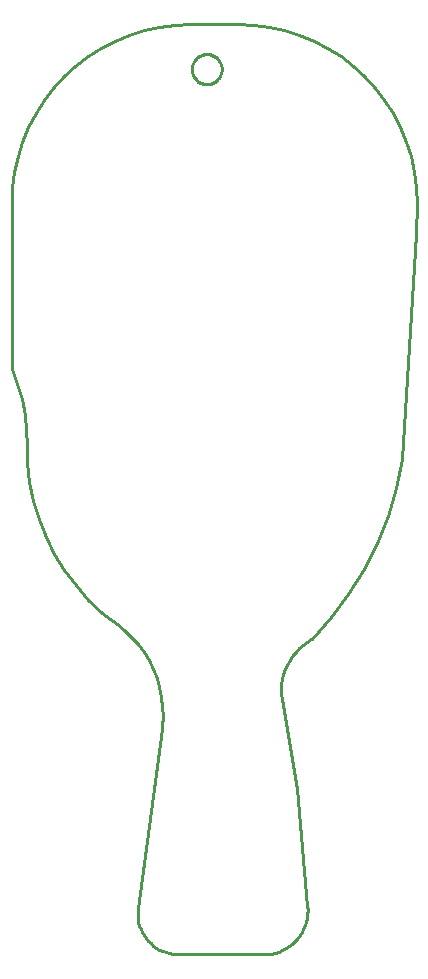
<source format=gko>
G04 EAGLE Gerber X2 export*
G75*
%MOMM*%
%FSLAX34Y34*%
%LPD*%
%AMOC8*
5,1,8,0,0,1.08239X$1,22.5*%
G01*
%ADD10C,0.254000*%


D10*
X0Y495300D02*
X4797Y482791D01*
X8486Y469912D01*
X11038Y456760D01*
X12434Y443436D01*
X12700Y431800D01*
X13161Y415671D01*
X15027Y399644D01*
X18282Y383840D01*
X22902Y368380D01*
X28852Y353382D01*
X36086Y338959D01*
X44550Y325222D01*
X54179Y312274D01*
X64900Y300215D01*
X76631Y289137D01*
X88900Y279400D01*
X95349Y274269D01*
X101326Y268595D01*
X106785Y262423D01*
X111686Y255797D01*
X115991Y248770D01*
X119667Y241395D01*
X122687Y233727D01*
X125026Y225825D01*
X126668Y217749D01*
X127600Y209561D01*
X127814Y201323D01*
X127310Y193097D01*
X127000Y190500D01*
X106816Y39118D01*
X106548Y36116D01*
X106543Y33101D01*
X106801Y30098D01*
X107319Y27129D01*
X108095Y24216D01*
X109121Y21382D01*
X110390Y18648D01*
X111893Y16035D01*
X113618Y13563D01*
X115552Y11251D01*
X117679Y9116D01*
X119985Y7175D01*
X122451Y5442D01*
X125059Y3930D01*
X127789Y2652D01*
X130620Y1616D01*
X133530Y831D01*
X136498Y303D01*
X139500Y35D01*
X141064Y0D01*
X213338Y0D01*
X216574Y141D01*
X219786Y564D01*
X222948Y1265D01*
X226038Y2239D01*
X229031Y3479D01*
X231904Y4975D01*
X234636Y6716D01*
X237207Y8688D01*
X239595Y10876D01*
X241783Y13265D01*
X243756Y15835D01*
X245496Y18567D01*
X246992Y21440D01*
X248232Y24433D01*
X249206Y27523D01*
X249907Y30685D01*
X250330Y33897D01*
X250471Y37134D01*
X250330Y40370D01*
X250319Y40495D01*
X241300Y139700D01*
X228600Y215900D01*
X228146Y220182D01*
X228067Y224488D01*
X228363Y228784D01*
X229033Y233039D01*
X230071Y237218D01*
X231469Y241291D01*
X233217Y245227D01*
X235301Y248996D01*
X237706Y252568D01*
X240413Y255917D01*
X243401Y259018D01*
X246649Y261846D01*
X250130Y264381D01*
X253820Y266602D01*
X254000Y266700D01*
X270398Y285193D01*
X285122Y305044D01*
X298060Y326103D01*
X309114Y348210D01*
X318198Y371196D01*
X325245Y394886D01*
X330200Y419100D01*
X342507Y609689D01*
X342900Y636283D01*
X342325Y649454D01*
X340604Y662524D01*
X337751Y675395D01*
X333787Y687968D01*
X328742Y700148D01*
X322654Y711842D01*
X315571Y722960D01*
X307545Y733419D01*
X298639Y743139D01*
X288919Y752045D01*
X278460Y760071D01*
X267342Y767154D01*
X255648Y773242D01*
X243468Y778287D01*
X230895Y782251D01*
X218024Y785104D01*
X204954Y786825D01*
X191783Y787400D01*
X151117Y787400D01*
X137946Y786825D01*
X124876Y785104D01*
X112005Y782251D01*
X99432Y778287D01*
X87252Y773242D01*
X75559Y767154D01*
X64440Y760071D01*
X53981Y752045D01*
X44261Y743139D01*
X35355Y733419D01*
X27329Y722960D01*
X20246Y711842D01*
X14158Y700148D01*
X9113Y687968D01*
X5149Y675395D01*
X2296Y662524D01*
X575Y649454D01*
X0Y636283D01*
X0Y495300D01*
X177800Y748801D02*
X177722Y747806D01*
X177566Y746820D01*
X177333Y745850D01*
X177024Y744901D01*
X176642Y743979D01*
X176189Y743090D01*
X175668Y742239D01*
X175081Y741431D01*
X174433Y740673D01*
X173727Y739967D01*
X172969Y739319D01*
X172161Y738732D01*
X171310Y738211D01*
X170421Y737758D01*
X169499Y737376D01*
X168550Y737067D01*
X167580Y736834D01*
X166594Y736678D01*
X165599Y736600D01*
X164601Y736600D01*
X163606Y736678D01*
X162620Y736834D01*
X161650Y737067D01*
X160701Y737376D01*
X159779Y737758D01*
X158890Y738211D01*
X158039Y738732D01*
X157231Y739319D01*
X156473Y739967D01*
X155767Y740673D01*
X155119Y741431D01*
X154532Y742239D01*
X154011Y743090D01*
X153558Y743979D01*
X153176Y744901D01*
X152867Y745850D01*
X152634Y746820D01*
X152478Y747806D01*
X152400Y748801D01*
X152400Y749799D01*
X152478Y750794D01*
X152634Y751780D01*
X152867Y752750D01*
X153176Y753699D01*
X153558Y754621D01*
X154011Y755510D01*
X154532Y756361D01*
X155119Y757169D01*
X155767Y757927D01*
X156473Y758633D01*
X157231Y759281D01*
X158039Y759868D01*
X158890Y760389D01*
X159779Y760842D01*
X160701Y761224D01*
X161650Y761533D01*
X162620Y761766D01*
X163606Y761922D01*
X164601Y762000D01*
X165599Y762000D01*
X166594Y761922D01*
X167580Y761766D01*
X168550Y761533D01*
X169499Y761224D01*
X170421Y760842D01*
X171310Y760389D01*
X172161Y759868D01*
X172969Y759281D01*
X173727Y758633D01*
X174433Y757927D01*
X175081Y757169D01*
X175668Y756361D01*
X176189Y755510D01*
X176642Y754621D01*
X177024Y753699D01*
X177333Y752750D01*
X177566Y751780D01*
X177722Y750794D01*
X177800Y749799D01*
X177800Y748801D01*
X177800Y748801D02*
X177722Y747806D01*
X177566Y746820D01*
X177333Y745850D01*
X177024Y744901D01*
X176642Y743979D01*
X176189Y743090D01*
X175668Y742239D01*
X175081Y741431D01*
X174433Y740673D01*
X173727Y739967D01*
X172969Y739319D01*
X172161Y738732D01*
X171310Y738211D01*
X170421Y737758D01*
X169499Y737376D01*
X168550Y737067D01*
X167580Y736834D01*
X166594Y736678D01*
X165599Y736600D01*
X164601Y736600D01*
X163606Y736678D01*
X162620Y736834D01*
X161650Y737067D01*
X160701Y737376D01*
X159779Y737758D01*
X158890Y738211D01*
X158039Y738732D01*
X157231Y739319D01*
X156473Y739967D01*
X155767Y740673D01*
X155119Y741431D01*
X154532Y742239D01*
X154011Y743090D01*
X153558Y743979D01*
X153176Y744901D01*
X152867Y745850D01*
X152634Y746820D01*
X152478Y747806D01*
X152400Y748801D01*
X152400Y749799D01*
X152478Y750794D01*
X152634Y751780D01*
X152867Y752750D01*
X153176Y753699D01*
X153558Y754621D01*
X154011Y755510D01*
X154532Y756361D01*
X155119Y757169D01*
X155767Y757927D01*
X156473Y758633D01*
X157231Y759281D01*
X158039Y759868D01*
X158890Y760389D01*
X159779Y760842D01*
X160701Y761224D01*
X161650Y761533D01*
X162620Y761766D01*
X163606Y761922D01*
X164601Y762000D01*
X165599Y762000D01*
X166594Y761922D01*
X167580Y761766D01*
X168550Y761533D01*
X169499Y761224D01*
X170421Y760842D01*
X171310Y760389D01*
X172161Y759868D01*
X172969Y759281D01*
X173727Y758633D01*
X174433Y757927D01*
X175081Y757169D01*
X175668Y756361D01*
X176189Y755510D01*
X176642Y754621D01*
X177024Y753699D01*
X177333Y752750D01*
X177566Y751780D01*
X177722Y750794D01*
X177800Y749799D01*
X177800Y748801D01*
M02*

</source>
